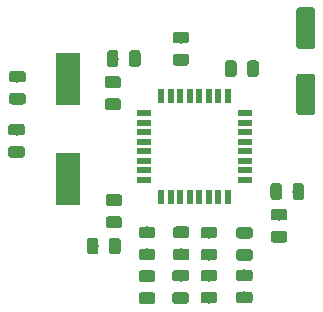
<source format=gbr>
G04 #@! TF.GenerationSoftware,KiCad,Pcbnew,(5.0.2)-1*
G04 #@! TF.CreationDate,2019-01-23T22:06:34-08:00*
G04 #@! TF.ProjectId,heart,68656172-742e-46b6-9963-61645f706362,rev?*
G04 #@! TF.SameCoordinates,Original*
G04 #@! TF.FileFunction,Paste,Top*
G04 #@! TF.FilePolarity,Positive*
%FSLAX46Y46*%
G04 Gerber Fmt 4.6, Leading zero omitted, Abs format (unit mm)*
G04 Created by KiCad (PCBNEW (5.0.2)-1) date 1/23/2019 10:06:34 PM*
%MOMM*%
%LPD*%
G01*
G04 APERTURE LIST*
%ADD10C,0.100000*%
%ADD11C,0.975000*%
%ADD12R,2.000000X4.500000*%
%ADD13R,0.600000X1.200000*%
%ADD14R,1.200000X0.600000*%
%ADD15C,1.600000*%
G04 APERTURE END LIST*
D10*
G04 #@! TO.C,D5*
G36*
X-3543218Y10222386D02*
X-3519557Y10218876D01*
X-3496353Y10213064D01*
X-3473831Y10205006D01*
X-3452207Y10194778D01*
X-3431690Y10182481D01*
X-3412477Y10168231D01*
X-3394753Y10152167D01*
X-3378689Y10134443D01*
X-3364439Y10115230D01*
X-3352142Y10094713D01*
X-3341914Y10073089D01*
X-3333856Y10050567D01*
X-3328044Y10027363D01*
X-3324534Y10003702D01*
X-3323360Y9979810D01*
X-3323360Y9492310D01*
X-3324534Y9468418D01*
X-3328044Y9444757D01*
X-3333856Y9421553D01*
X-3341914Y9399031D01*
X-3352142Y9377407D01*
X-3364439Y9356890D01*
X-3378689Y9337677D01*
X-3394753Y9319953D01*
X-3412477Y9303889D01*
X-3431690Y9289639D01*
X-3452207Y9277342D01*
X-3473831Y9267114D01*
X-3496353Y9259056D01*
X-3519557Y9253244D01*
X-3543218Y9249734D01*
X-3567110Y9248560D01*
X-4479610Y9248560D01*
X-4503502Y9249734D01*
X-4527163Y9253244D01*
X-4550367Y9259056D01*
X-4572889Y9267114D01*
X-4594513Y9277342D01*
X-4615030Y9289639D01*
X-4634243Y9303889D01*
X-4651967Y9319953D01*
X-4668031Y9337677D01*
X-4682281Y9356890D01*
X-4694578Y9377407D01*
X-4704806Y9399031D01*
X-4712864Y9421553D01*
X-4718676Y9444757D01*
X-4722186Y9468418D01*
X-4723360Y9492310D01*
X-4723360Y9979810D01*
X-4722186Y10003702D01*
X-4718676Y10027363D01*
X-4712864Y10050567D01*
X-4704806Y10073089D01*
X-4694578Y10094713D01*
X-4682281Y10115230D01*
X-4668031Y10134443D01*
X-4651967Y10152167D01*
X-4634243Y10168231D01*
X-4615030Y10182481D01*
X-4594513Y10194778D01*
X-4572889Y10205006D01*
X-4550367Y10213064D01*
X-4527163Y10218876D01*
X-4503502Y10222386D01*
X-4479610Y10223560D01*
X-3567110Y10223560D01*
X-3543218Y10222386D01*
X-3543218Y10222386D01*
G37*
D11*
X-4023360Y9736060D03*
D10*
G36*
X-3543218Y8347386D02*
X-3519557Y8343876D01*
X-3496353Y8338064D01*
X-3473831Y8330006D01*
X-3452207Y8319778D01*
X-3431690Y8307481D01*
X-3412477Y8293231D01*
X-3394753Y8277167D01*
X-3378689Y8259443D01*
X-3364439Y8240230D01*
X-3352142Y8219713D01*
X-3341914Y8198089D01*
X-3333856Y8175567D01*
X-3328044Y8152363D01*
X-3324534Y8128702D01*
X-3323360Y8104810D01*
X-3323360Y7617310D01*
X-3324534Y7593418D01*
X-3328044Y7569757D01*
X-3333856Y7546553D01*
X-3341914Y7524031D01*
X-3352142Y7502407D01*
X-3364439Y7481890D01*
X-3378689Y7462677D01*
X-3394753Y7444953D01*
X-3412477Y7428889D01*
X-3431690Y7414639D01*
X-3452207Y7402342D01*
X-3473831Y7392114D01*
X-3496353Y7384056D01*
X-3519557Y7378244D01*
X-3543218Y7374734D01*
X-3567110Y7373560D01*
X-4479610Y7373560D01*
X-4503502Y7374734D01*
X-4527163Y7378244D01*
X-4550367Y7384056D01*
X-4572889Y7392114D01*
X-4594513Y7402342D01*
X-4615030Y7414639D01*
X-4634243Y7428889D01*
X-4651967Y7444953D01*
X-4668031Y7462677D01*
X-4682281Y7481890D01*
X-4694578Y7502407D01*
X-4704806Y7524031D01*
X-4712864Y7546553D01*
X-4718676Y7569757D01*
X-4722186Y7593418D01*
X-4723360Y7617310D01*
X-4723360Y8104810D01*
X-4722186Y8128702D01*
X-4718676Y8152363D01*
X-4712864Y8175567D01*
X-4704806Y8198089D01*
X-4694578Y8219713D01*
X-4682281Y8240230D01*
X-4668031Y8259443D01*
X-4651967Y8277167D01*
X-4634243Y8293231D01*
X-4615030Y8307481D01*
X-4594513Y8319778D01*
X-4572889Y8330006D01*
X-4550367Y8338064D01*
X-4527163Y8343876D01*
X-4503502Y8347386D01*
X-4479610Y8348560D01*
X-3567110Y8348560D01*
X-3543218Y8347386D01*
X-3543218Y8347386D01*
G37*
D11*
X-4023360Y7861060D03*
G04 #@! TD*
D10*
G04 #@! TO.C,R8*
G36*
X-3543218Y6519066D02*
X-3519557Y6515556D01*
X-3496353Y6509744D01*
X-3473831Y6501686D01*
X-3452207Y6491458D01*
X-3431690Y6479161D01*
X-3412477Y6464911D01*
X-3394753Y6448847D01*
X-3378689Y6431123D01*
X-3364439Y6411910D01*
X-3352142Y6391393D01*
X-3341914Y6369769D01*
X-3333856Y6347247D01*
X-3328044Y6324043D01*
X-3324534Y6300382D01*
X-3323360Y6276490D01*
X-3323360Y5788990D01*
X-3324534Y5765098D01*
X-3328044Y5741437D01*
X-3333856Y5718233D01*
X-3341914Y5695711D01*
X-3352142Y5674087D01*
X-3364439Y5653570D01*
X-3378689Y5634357D01*
X-3394753Y5616633D01*
X-3412477Y5600569D01*
X-3431690Y5586319D01*
X-3452207Y5574022D01*
X-3473831Y5563794D01*
X-3496353Y5555736D01*
X-3519557Y5549924D01*
X-3543218Y5546414D01*
X-3567110Y5545240D01*
X-4479610Y5545240D01*
X-4503502Y5546414D01*
X-4527163Y5549924D01*
X-4550367Y5555736D01*
X-4572889Y5563794D01*
X-4594513Y5574022D01*
X-4615030Y5586319D01*
X-4634243Y5600569D01*
X-4651967Y5616633D01*
X-4668031Y5634357D01*
X-4682281Y5653570D01*
X-4694578Y5674087D01*
X-4704806Y5695711D01*
X-4712864Y5718233D01*
X-4718676Y5741437D01*
X-4722186Y5765098D01*
X-4723360Y5788990D01*
X-4723360Y6276490D01*
X-4722186Y6300382D01*
X-4718676Y6324043D01*
X-4712864Y6347247D01*
X-4704806Y6369769D01*
X-4694578Y6391393D01*
X-4682281Y6411910D01*
X-4668031Y6431123D01*
X-4651967Y6448847D01*
X-4634243Y6464911D01*
X-4615030Y6479161D01*
X-4594513Y6491458D01*
X-4572889Y6501686D01*
X-4550367Y6509744D01*
X-4527163Y6515556D01*
X-4503502Y6519066D01*
X-4479610Y6520240D01*
X-3567110Y6520240D01*
X-3543218Y6519066D01*
X-3543218Y6519066D01*
G37*
D11*
X-4023360Y6032740D03*
D10*
G36*
X-3543218Y4644066D02*
X-3519557Y4640556D01*
X-3496353Y4634744D01*
X-3473831Y4626686D01*
X-3452207Y4616458D01*
X-3431690Y4604161D01*
X-3412477Y4589911D01*
X-3394753Y4573847D01*
X-3378689Y4556123D01*
X-3364439Y4536910D01*
X-3352142Y4516393D01*
X-3341914Y4494769D01*
X-3333856Y4472247D01*
X-3328044Y4449043D01*
X-3324534Y4425382D01*
X-3323360Y4401490D01*
X-3323360Y3913990D01*
X-3324534Y3890098D01*
X-3328044Y3866437D01*
X-3333856Y3843233D01*
X-3341914Y3820711D01*
X-3352142Y3799087D01*
X-3364439Y3778570D01*
X-3378689Y3759357D01*
X-3394753Y3741633D01*
X-3412477Y3725569D01*
X-3431690Y3711319D01*
X-3452207Y3699022D01*
X-3473831Y3688794D01*
X-3496353Y3680736D01*
X-3519557Y3674924D01*
X-3543218Y3671414D01*
X-3567110Y3670240D01*
X-4479610Y3670240D01*
X-4503502Y3671414D01*
X-4527163Y3674924D01*
X-4550367Y3680736D01*
X-4572889Y3688794D01*
X-4594513Y3699022D01*
X-4615030Y3711319D01*
X-4634243Y3725569D01*
X-4651967Y3741633D01*
X-4668031Y3759357D01*
X-4682281Y3778570D01*
X-4694578Y3799087D01*
X-4704806Y3820711D01*
X-4712864Y3843233D01*
X-4718676Y3866437D01*
X-4722186Y3890098D01*
X-4723360Y3913990D01*
X-4723360Y4401490D01*
X-4722186Y4425382D01*
X-4718676Y4449043D01*
X-4712864Y4472247D01*
X-4704806Y4494769D01*
X-4694578Y4516393D01*
X-4682281Y4536910D01*
X-4668031Y4556123D01*
X-4651967Y4573847D01*
X-4634243Y4589911D01*
X-4615030Y4604161D01*
X-4594513Y4616458D01*
X-4572889Y4626686D01*
X-4550367Y4634744D01*
X-4527163Y4640556D01*
X-4503502Y4644066D01*
X-4479610Y4645240D01*
X-3567110Y4645240D01*
X-3543218Y4644066D01*
X-3543218Y4644066D01*
G37*
D11*
X-4023360Y4157740D03*
G04 #@! TD*
D12*
G04 #@! TO.C,X1*
X-10734040Y22751360D03*
X-10734040Y14251360D03*
G04 #@! TD*
D13*
G04 #@! TO.C,U1*
X-2800000Y21250000D03*
X-2000000Y21250000D03*
X-1200000Y21250000D03*
X-400000Y21250000D03*
X400000Y21250000D03*
X1200000Y21250000D03*
X2000000Y21250000D03*
X2800000Y21250000D03*
D14*
X4250000Y19800000D03*
X4250000Y19000000D03*
X4250000Y18200000D03*
X4250000Y17400000D03*
X4250000Y16600000D03*
X4250000Y15800000D03*
X4250000Y15000000D03*
X4250000Y14200000D03*
D13*
X2800000Y12750000D03*
X2000000Y12750000D03*
X1200000Y12750000D03*
X400000Y12750000D03*
X-400000Y12750000D03*
X-1200000Y12750000D03*
X-2000000Y12750000D03*
X-2800000Y12750000D03*
D14*
X-4250000Y14200000D03*
X-4250000Y15000000D03*
X-4250000Y15800000D03*
X-4250000Y16600000D03*
X-4250000Y17400000D03*
X-4250000Y18200000D03*
X-4250000Y19000000D03*
X-4250000Y19800000D03*
G04 #@! TD*
D10*
G04 #@! TO.C,C5*
G36*
X10002984Y23175316D02*
X10027253Y23171716D01*
X10051051Y23165755D01*
X10074151Y23157490D01*
X10096329Y23147000D01*
X10117373Y23134387D01*
X10137078Y23119773D01*
X10155257Y23103297D01*
X10171733Y23085118D01*
X10186347Y23065413D01*
X10198960Y23044369D01*
X10209450Y23022191D01*
X10217715Y22999091D01*
X10223676Y22975293D01*
X10227276Y22951024D01*
X10228480Y22926520D01*
X10228480Y19926520D01*
X10227276Y19902016D01*
X10223676Y19877747D01*
X10217715Y19853949D01*
X10209450Y19830849D01*
X10198960Y19808671D01*
X10186347Y19787627D01*
X10171733Y19767922D01*
X10155257Y19749743D01*
X10137078Y19733267D01*
X10117373Y19718653D01*
X10096329Y19706040D01*
X10074151Y19695550D01*
X10051051Y19687285D01*
X10027253Y19681324D01*
X10002984Y19677724D01*
X9978480Y19676520D01*
X8878480Y19676520D01*
X8853976Y19677724D01*
X8829707Y19681324D01*
X8805909Y19687285D01*
X8782809Y19695550D01*
X8760631Y19706040D01*
X8739587Y19718653D01*
X8719882Y19733267D01*
X8701703Y19749743D01*
X8685227Y19767922D01*
X8670613Y19787627D01*
X8658000Y19808671D01*
X8647510Y19830849D01*
X8639245Y19853949D01*
X8633284Y19877747D01*
X8629684Y19902016D01*
X8628480Y19926520D01*
X8628480Y22926520D01*
X8629684Y22951024D01*
X8633284Y22975293D01*
X8639245Y22999091D01*
X8647510Y23022191D01*
X8658000Y23044369D01*
X8670613Y23065413D01*
X8685227Y23085118D01*
X8701703Y23103297D01*
X8719882Y23119773D01*
X8739587Y23134387D01*
X8760631Y23147000D01*
X8782809Y23157490D01*
X8805909Y23165755D01*
X8829707Y23171716D01*
X8853976Y23175316D01*
X8878480Y23176520D01*
X9978480Y23176520D01*
X10002984Y23175316D01*
X10002984Y23175316D01*
G37*
D15*
X9428480Y21426520D03*
D10*
G36*
X10002984Y28775316D02*
X10027253Y28771716D01*
X10051051Y28765755D01*
X10074151Y28757490D01*
X10096329Y28747000D01*
X10117373Y28734387D01*
X10137078Y28719773D01*
X10155257Y28703297D01*
X10171733Y28685118D01*
X10186347Y28665413D01*
X10198960Y28644369D01*
X10209450Y28622191D01*
X10217715Y28599091D01*
X10223676Y28575293D01*
X10227276Y28551024D01*
X10228480Y28526520D01*
X10228480Y25526520D01*
X10227276Y25502016D01*
X10223676Y25477747D01*
X10217715Y25453949D01*
X10209450Y25430849D01*
X10198960Y25408671D01*
X10186347Y25387627D01*
X10171733Y25367922D01*
X10155257Y25349743D01*
X10137078Y25333267D01*
X10117373Y25318653D01*
X10096329Y25306040D01*
X10074151Y25295550D01*
X10051051Y25287285D01*
X10027253Y25281324D01*
X10002984Y25277724D01*
X9978480Y25276520D01*
X8878480Y25276520D01*
X8853976Y25277724D01*
X8829707Y25281324D01*
X8805909Y25287285D01*
X8782809Y25295550D01*
X8760631Y25306040D01*
X8739587Y25318653D01*
X8719882Y25333267D01*
X8701703Y25349743D01*
X8685227Y25367922D01*
X8670613Y25387627D01*
X8658000Y25408671D01*
X8647510Y25430849D01*
X8639245Y25453949D01*
X8633284Y25477747D01*
X8629684Y25502016D01*
X8628480Y25526520D01*
X8628480Y28526520D01*
X8629684Y28551024D01*
X8633284Y28575293D01*
X8639245Y28599091D01*
X8647510Y28622191D01*
X8658000Y28644369D01*
X8670613Y28665413D01*
X8685227Y28685118D01*
X8701703Y28703297D01*
X8719882Y28719773D01*
X8739587Y28734387D01*
X8760631Y28747000D01*
X8782809Y28757490D01*
X8805909Y28765755D01*
X8829707Y28771716D01*
X8853976Y28775316D01*
X8878480Y28776520D01*
X9978480Y28776520D01*
X10002984Y28775316D01*
X10002984Y28775316D01*
G37*
D15*
X9428480Y27026520D03*
G04 #@! TD*
D10*
G04 #@! TO.C,C1*
G36*
X-14505858Y23404986D02*
X-14482197Y23401476D01*
X-14458993Y23395664D01*
X-14436471Y23387606D01*
X-14414847Y23377378D01*
X-14394330Y23365081D01*
X-14375117Y23350831D01*
X-14357393Y23334767D01*
X-14341329Y23317043D01*
X-14327079Y23297830D01*
X-14314782Y23277313D01*
X-14304554Y23255689D01*
X-14296496Y23233167D01*
X-14290684Y23209963D01*
X-14287174Y23186302D01*
X-14286000Y23162410D01*
X-14286000Y22674910D01*
X-14287174Y22651018D01*
X-14290684Y22627357D01*
X-14296496Y22604153D01*
X-14304554Y22581631D01*
X-14314782Y22560007D01*
X-14327079Y22539490D01*
X-14341329Y22520277D01*
X-14357393Y22502553D01*
X-14375117Y22486489D01*
X-14394330Y22472239D01*
X-14414847Y22459942D01*
X-14436471Y22449714D01*
X-14458993Y22441656D01*
X-14482197Y22435844D01*
X-14505858Y22432334D01*
X-14529750Y22431160D01*
X-15442250Y22431160D01*
X-15466142Y22432334D01*
X-15489803Y22435844D01*
X-15513007Y22441656D01*
X-15535529Y22449714D01*
X-15557153Y22459942D01*
X-15577670Y22472239D01*
X-15596883Y22486489D01*
X-15614607Y22502553D01*
X-15630671Y22520277D01*
X-15644921Y22539490D01*
X-15657218Y22560007D01*
X-15667446Y22581631D01*
X-15675504Y22604153D01*
X-15681316Y22627357D01*
X-15684826Y22651018D01*
X-15686000Y22674910D01*
X-15686000Y23162410D01*
X-15684826Y23186302D01*
X-15681316Y23209963D01*
X-15675504Y23233167D01*
X-15667446Y23255689D01*
X-15657218Y23277313D01*
X-15644921Y23297830D01*
X-15630671Y23317043D01*
X-15614607Y23334767D01*
X-15596883Y23350831D01*
X-15577670Y23365081D01*
X-15557153Y23377378D01*
X-15535529Y23387606D01*
X-15513007Y23395664D01*
X-15489803Y23401476D01*
X-15466142Y23404986D01*
X-15442250Y23406160D01*
X-14529750Y23406160D01*
X-14505858Y23404986D01*
X-14505858Y23404986D01*
G37*
D11*
X-14986000Y22918660D03*
D10*
G36*
X-14505858Y21529986D02*
X-14482197Y21526476D01*
X-14458993Y21520664D01*
X-14436471Y21512606D01*
X-14414847Y21502378D01*
X-14394330Y21490081D01*
X-14375117Y21475831D01*
X-14357393Y21459767D01*
X-14341329Y21442043D01*
X-14327079Y21422830D01*
X-14314782Y21402313D01*
X-14304554Y21380689D01*
X-14296496Y21358167D01*
X-14290684Y21334963D01*
X-14287174Y21311302D01*
X-14286000Y21287410D01*
X-14286000Y20799910D01*
X-14287174Y20776018D01*
X-14290684Y20752357D01*
X-14296496Y20729153D01*
X-14304554Y20706631D01*
X-14314782Y20685007D01*
X-14327079Y20664490D01*
X-14341329Y20645277D01*
X-14357393Y20627553D01*
X-14375117Y20611489D01*
X-14394330Y20597239D01*
X-14414847Y20584942D01*
X-14436471Y20574714D01*
X-14458993Y20566656D01*
X-14482197Y20560844D01*
X-14505858Y20557334D01*
X-14529750Y20556160D01*
X-15442250Y20556160D01*
X-15466142Y20557334D01*
X-15489803Y20560844D01*
X-15513007Y20566656D01*
X-15535529Y20574714D01*
X-15557153Y20584942D01*
X-15577670Y20597239D01*
X-15596883Y20611489D01*
X-15614607Y20627553D01*
X-15630671Y20645277D01*
X-15644921Y20664490D01*
X-15657218Y20685007D01*
X-15667446Y20706631D01*
X-15675504Y20729153D01*
X-15681316Y20752357D01*
X-15684826Y20776018D01*
X-15686000Y20799910D01*
X-15686000Y21287410D01*
X-15684826Y21311302D01*
X-15681316Y21334963D01*
X-15675504Y21358167D01*
X-15667446Y21380689D01*
X-15657218Y21402313D01*
X-15644921Y21422830D01*
X-15630671Y21442043D01*
X-15614607Y21459767D01*
X-15596883Y21475831D01*
X-15577670Y21490081D01*
X-15557153Y21502378D01*
X-15535529Y21512606D01*
X-15513007Y21520664D01*
X-15489803Y21526476D01*
X-15466142Y21529986D01*
X-15442250Y21531160D01*
X-14529750Y21531160D01*
X-14505858Y21529986D01*
X-14505858Y21529986D01*
G37*
D11*
X-14986000Y21043660D03*
G04 #@! TD*
D10*
G04 #@! TO.C,C2*
G36*
X-14582058Y17034186D02*
X-14558397Y17030676D01*
X-14535193Y17024864D01*
X-14512671Y17016806D01*
X-14491047Y17006578D01*
X-14470530Y16994281D01*
X-14451317Y16980031D01*
X-14433593Y16963967D01*
X-14417529Y16946243D01*
X-14403279Y16927030D01*
X-14390982Y16906513D01*
X-14380754Y16884889D01*
X-14372696Y16862367D01*
X-14366884Y16839163D01*
X-14363374Y16815502D01*
X-14362200Y16791610D01*
X-14362200Y16304110D01*
X-14363374Y16280218D01*
X-14366884Y16256557D01*
X-14372696Y16233353D01*
X-14380754Y16210831D01*
X-14390982Y16189207D01*
X-14403279Y16168690D01*
X-14417529Y16149477D01*
X-14433593Y16131753D01*
X-14451317Y16115689D01*
X-14470530Y16101439D01*
X-14491047Y16089142D01*
X-14512671Y16078914D01*
X-14535193Y16070856D01*
X-14558397Y16065044D01*
X-14582058Y16061534D01*
X-14605950Y16060360D01*
X-15518450Y16060360D01*
X-15542342Y16061534D01*
X-15566003Y16065044D01*
X-15589207Y16070856D01*
X-15611729Y16078914D01*
X-15633353Y16089142D01*
X-15653870Y16101439D01*
X-15673083Y16115689D01*
X-15690807Y16131753D01*
X-15706871Y16149477D01*
X-15721121Y16168690D01*
X-15733418Y16189207D01*
X-15743646Y16210831D01*
X-15751704Y16233353D01*
X-15757516Y16256557D01*
X-15761026Y16280218D01*
X-15762200Y16304110D01*
X-15762200Y16791610D01*
X-15761026Y16815502D01*
X-15757516Y16839163D01*
X-15751704Y16862367D01*
X-15743646Y16884889D01*
X-15733418Y16906513D01*
X-15721121Y16927030D01*
X-15706871Y16946243D01*
X-15690807Y16963967D01*
X-15673083Y16980031D01*
X-15653870Y16994281D01*
X-15633353Y17006578D01*
X-15611729Y17016806D01*
X-15589207Y17024864D01*
X-15566003Y17030676D01*
X-15542342Y17034186D01*
X-15518450Y17035360D01*
X-14605950Y17035360D01*
X-14582058Y17034186D01*
X-14582058Y17034186D01*
G37*
D11*
X-15062200Y16547860D03*
D10*
G36*
X-14582058Y18909186D02*
X-14558397Y18905676D01*
X-14535193Y18899864D01*
X-14512671Y18891806D01*
X-14491047Y18881578D01*
X-14470530Y18869281D01*
X-14451317Y18855031D01*
X-14433593Y18838967D01*
X-14417529Y18821243D01*
X-14403279Y18802030D01*
X-14390982Y18781513D01*
X-14380754Y18759889D01*
X-14372696Y18737367D01*
X-14366884Y18714163D01*
X-14363374Y18690502D01*
X-14362200Y18666610D01*
X-14362200Y18179110D01*
X-14363374Y18155218D01*
X-14366884Y18131557D01*
X-14372696Y18108353D01*
X-14380754Y18085831D01*
X-14390982Y18064207D01*
X-14403279Y18043690D01*
X-14417529Y18024477D01*
X-14433593Y18006753D01*
X-14451317Y17990689D01*
X-14470530Y17976439D01*
X-14491047Y17964142D01*
X-14512671Y17953914D01*
X-14535193Y17945856D01*
X-14558397Y17940044D01*
X-14582058Y17936534D01*
X-14605950Y17935360D01*
X-15518450Y17935360D01*
X-15542342Y17936534D01*
X-15566003Y17940044D01*
X-15589207Y17945856D01*
X-15611729Y17953914D01*
X-15633353Y17964142D01*
X-15653870Y17976439D01*
X-15673083Y17990689D01*
X-15690807Y18006753D01*
X-15706871Y18024477D01*
X-15721121Y18043690D01*
X-15733418Y18064207D01*
X-15743646Y18085831D01*
X-15751704Y18108353D01*
X-15757516Y18131557D01*
X-15761026Y18155218D01*
X-15762200Y18179110D01*
X-15762200Y18666610D01*
X-15761026Y18690502D01*
X-15757516Y18714163D01*
X-15751704Y18737367D01*
X-15743646Y18759889D01*
X-15733418Y18781513D01*
X-15721121Y18802030D01*
X-15706871Y18821243D01*
X-15690807Y18838967D01*
X-15673083Y18855031D01*
X-15653870Y18869281D01*
X-15633353Y18881578D01*
X-15611729Y18891806D01*
X-15589207Y18899864D01*
X-15566003Y18905676D01*
X-15542342Y18909186D01*
X-15518450Y18910360D01*
X-14605950Y18910360D01*
X-14582058Y18909186D01*
X-14582058Y18909186D01*
G37*
D11*
X-15062200Y18422860D03*
G04 #@! TD*
D10*
G04 #@! TO.C,C3*
G36*
X-673018Y24831986D02*
X-649357Y24828476D01*
X-626153Y24822664D01*
X-603631Y24814606D01*
X-582007Y24804378D01*
X-561490Y24792081D01*
X-542277Y24777831D01*
X-524553Y24761767D01*
X-508489Y24744043D01*
X-494239Y24724830D01*
X-481942Y24704313D01*
X-471714Y24682689D01*
X-463656Y24660167D01*
X-457844Y24636963D01*
X-454334Y24613302D01*
X-453160Y24589410D01*
X-453160Y24101910D01*
X-454334Y24078018D01*
X-457844Y24054357D01*
X-463656Y24031153D01*
X-471714Y24008631D01*
X-481942Y23987007D01*
X-494239Y23966490D01*
X-508489Y23947277D01*
X-524553Y23929553D01*
X-542277Y23913489D01*
X-561490Y23899239D01*
X-582007Y23886942D01*
X-603631Y23876714D01*
X-626153Y23868656D01*
X-649357Y23862844D01*
X-673018Y23859334D01*
X-696910Y23858160D01*
X-1609410Y23858160D01*
X-1633302Y23859334D01*
X-1656963Y23862844D01*
X-1680167Y23868656D01*
X-1702689Y23876714D01*
X-1724313Y23886942D01*
X-1744830Y23899239D01*
X-1764043Y23913489D01*
X-1781767Y23929553D01*
X-1797831Y23947277D01*
X-1812081Y23966490D01*
X-1824378Y23987007D01*
X-1834606Y24008631D01*
X-1842664Y24031153D01*
X-1848476Y24054357D01*
X-1851986Y24078018D01*
X-1853160Y24101910D01*
X-1853160Y24589410D01*
X-1851986Y24613302D01*
X-1848476Y24636963D01*
X-1842664Y24660167D01*
X-1834606Y24682689D01*
X-1824378Y24704313D01*
X-1812081Y24724830D01*
X-1797831Y24744043D01*
X-1781767Y24761767D01*
X-1764043Y24777831D01*
X-1744830Y24792081D01*
X-1724313Y24804378D01*
X-1702689Y24814606D01*
X-1680167Y24822664D01*
X-1656963Y24828476D01*
X-1633302Y24831986D01*
X-1609410Y24833160D01*
X-696910Y24833160D01*
X-673018Y24831986D01*
X-673018Y24831986D01*
G37*
D11*
X-1153160Y24345660D03*
D10*
G36*
X-673018Y26706986D02*
X-649357Y26703476D01*
X-626153Y26697664D01*
X-603631Y26689606D01*
X-582007Y26679378D01*
X-561490Y26667081D01*
X-542277Y26652831D01*
X-524553Y26636767D01*
X-508489Y26619043D01*
X-494239Y26599830D01*
X-481942Y26579313D01*
X-471714Y26557689D01*
X-463656Y26535167D01*
X-457844Y26511963D01*
X-454334Y26488302D01*
X-453160Y26464410D01*
X-453160Y25976910D01*
X-454334Y25953018D01*
X-457844Y25929357D01*
X-463656Y25906153D01*
X-471714Y25883631D01*
X-481942Y25862007D01*
X-494239Y25841490D01*
X-508489Y25822277D01*
X-524553Y25804553D01*
X-542277Y25788489D01*
X-561490Y25774239D01*
X-582007Y25761942D01*
X-603631Y25751714D01*
X-626153Y25743656D01*
X-649357Y25737844D01*
X-673018Y25734334D01*
X-696910Y25733160D01*
X-1609410Y25733160D01*
X-1633302Y25734334D01*
X-1656963Y25737844D01*
X-1680167Y25743656D01*
X-1702689Y25751714D01*
X-1724313Y25761942D01*
X-1744830Y25774239D01*
X-1764043Y25788489D01*
X-1781767Y25804553D01*
X-1797831Y25822277D01*
X-1812081Y25841490D01*
X-1824378Y25862007D01*
X-1834606Y25883631D01*
X-1842664Y25906153D01*
X-1848476Y25929357D01*
X-1851986Y25953018D01*
X-1853160Y25976910D01*
X-1853160Y26464410D01*
X-1851986Y26488302D01*
X-1848476Y26511963D01*
X-1842664Y26535167D01*
X-1834606Y26557689D01*
X-1824378Y26579313D01*
X-1812081Y26599830D01*
X-1797831Y26619043D01*
X-1781767Y26636767D01*
X-1764043Y26652831D01*
X-1744830Y26667081D01*
X-1724313Y26679378D01*
X-1702689Y26689606D01*
X-1680167Y26697664D01*
X-1656963Y26703476D01*
X-1633302Y26706986D01*
X-1609410Y26708160D01*
X-696910Y26708160D01*
X-673018Y26706986D01*
X-673018Y26706986D01*
G37*
D11*
X-1153160Y26220660D03*
G04 #@! TD*
D10*
G04 #@! TO.C,C4*
G36*
X-6347378Y11085506D02*
X-6323717Y11081996D01*
X-6300513Y11076184D01*
X-6277991Y11068126D01*
X-6256367Y11057898D01*
X-6235850Y11045601D01*
X-6216637Y11031351D01*
X-6198913Y11015287D01*
X-6182849Y10997563D01*
X-6168599Y10978350D01*
X-6156302Y10957833D01*
X-6146074Y10936209D01*
X-6138016Y10913687D01*
X-6132204Y10890483D01*
X-6128694Y10866822D01*
X-6127520Y10842930D01*
X-6127520Y10355430D01*
X-6128694Y10331538D01*
X-6132204Y10307877D01*
X-6138016Y10284673D01*
X-6146074Y10262151D01*
X-6156302Y10240527D01*
X-6168599Y10220010D01*
X-6182849Y10200797D01*
X-6198913Y10183073D01*
X-6216637Y10167009D01*
X-6235850Y10152759D01*
X-6256367Y10140462D01*
X-6277991Y10130234D01*
X-6300513Y10122176D01*
X-6323717Y10116364D01*
X-6347378Y10112854D01*
X-6371270Y10111680D01*
X-7283770Y10111680D01*
X-7307662Y10112854D01*
X-7331323Y10116364D01*
X-7354527Y10122176D01*
X-7377049Y10130234D01*
X-7398673Y10140462D01*
X-7419190Y10152759D01*
X-7438403Y10167009D01*
X-7456127Y10183073D01*
X-7472191Y10200797D01*
X-7486441Y10220010D01*
X-7498738Y10240527D01*
X-7508966Y10262151D01*
X-7517024Y10284673D01*
X-7522836Y10307877D01*
X-7526346Y10331538D01*
X-7527520Y10355430D01*
X-7527520Y10842930D01*
X-7526346Y10866822D01*
X-7522836Y10890483D01*
X-7517024Y10913687D01*
X-7508966Y10936209D01*
X-7498738Y10957833D01*
X-7486441Y10978350D01*
X-7472191Y10997563D01*
X-7456127Y11015287D01*
X-7438403Y11031351D01*
X-7419190Y11045601D01*
X-7398673Y11057898D01*
X-7377049Y11068126D01*
X-7354527Y11076184D01*
X-7331323Y11081996D01*
X-7307662Y11085506D01*
X-7283770Y11086680D01*
X-6371270Y11086680D01*
X-6347378Y11085506D01*
X-6347378Y11085506D01*
G37*
D11*
X-6827520Y10599180D03*
D10*
G36*
X-6347378Y12960506D02*
X-6323717Y12956996D01*
X-6300513Y12951184D01*
X-6277991Y12943126D01*
X-6256367Y12932898D01*
X-6235850Y12920601D01*
X-6216637Y12906351D01*
X-6198913Y12890287D01*
X-6182849Y12872563D01*
X-6168599Y12853350D01*
X-6156302Y12832833D01*
X-6146074Y12811209D01*
X-6138016Y12788687D01*
X-6132204Y12765483D01*
X-6128694Y12741822D01*
X-6127520Y12717930D01*
X-6127520Y12230430D01*
X-6128694Y12206538D01*
X-6132204Y12182877D01*
X-6138016Y12159673D01*
X-6146074Y12137151D01*
X-6156302Y12115527D01*
X-6168599Y12095010D01*
X-6182849Y12075797D01*
X-6198913Y12058073D01*
X-6216637Y12042009D01*
X-6235850Y12027759D01*
X-6256367Y12015462D01*
X-6277991Y12005234D01*
X-6300513Y11997176D01*
X-6323717Y11991364D01*
X-6347378Y11987854D01*
X-6371270Y11986680D01*
X-7283770Y11986680D01*
X-7307662Y11987854D01*
X-7331323Y11991364D01*
X-7354527Y11997176D01*
X-7377049Y12005234D01*
X-7398673Y12015462D01*
X-7419190Y12027759D01*
X-7438403Y12042009D01*
X-7456127Y12058073D01*
X-7472191Y12075797D01*
X-7486441Y12095010D01*
X-7498738Y12115527D01*
X-7508966Y12137151D01*
X-7517024Y12159673D01*
X-7522836Y12182877D01*
X-7526346Y12206538D01*
X-7527520Y12230430D01*
X-7527520Y12717930D01*
X-7526346Y12741822D01*
X-7522836Y12765483D01*
X-7517024Y12788687D01*
X-7508966Y12811209D01*
X-7498738Y12832833D01*
X-7486441Y12853350D01*
X-7472191Y12872563D01*
X-7456127Y12890287D01*
X-7438403Y12906351D01*
X-7419190Y12920601D01*
X-7398673Y12932898D01*
X-7377049Y12943126D01*
X-7354527Y12951184D01*
X-7331323Y12956996D01*
X-7307662Y12960506D01*
X-7283770Y12961680D01*
X-6371270Y12961680D01*
X-6347378Y12960506D01*
X-6347378Y12960506D01*
G37*
D11*
X-6827520Y12474180D03*
G04 #@! TD*
D10*
G04 #@! TO.C,C6*
G36*
X-6433738Y22947786D02*
X-6410077Y22944276D01*
X-6386873Y22938464D01*
X-6364351Y22930406D01*
X-6342727Y22920178D01*
X-6322210Y22907881D01*
X-6302997Y22893631D01*
X-6285273Y22877567D01*
X-6269209Y22859843D01*
X-6254959Y22840630D01*
X-6242662Y22820113D01*
X-6232434Y22798489D01*
X-6224376Y22775967D01*
X-6218564Y22752763D01*
X-6215054Y22729102D01*
X-6213880Y22705210D01*
X-6213880Y22217710D01*
X-6215054Y22193818D01*
X-6218564Y22170157D01*
X-6224376Y22146953D01*
X-6232434Y22124431D01*
X-6242662Y22102807D01*
X-6254959Y22082290D01*
X-6269209Y22063077D01*
X-6285273Y22045353D01*
X-6302997Y22029289D01*
X-6322210Y22015039D01*
X-6342727Y22002742D01*
X-6364351Y21992514D01*
X-6386873Y21984456D01*
X-6410077Y21978644D01*
X-6433738Y21975134D01*
X-6457630Y21973960D01*
X-7370130Y21973960D01*
X-7394022Y21975134D01*
X-7417683Y21978644D01*
X-7440887Y21984456D01*
X-7463409Y21992514D01*
X-7485033Y22002742D01*
X-7505550Y22015039D01*
X-7524763Y22029289D01*
X-7542487Y22045353D01*
X-7558551Y22063077D01*
X-7572801Y22082290D01*
X-7585098Y22102807D01*
X-7595326Y22124431D01*
X-7603384Y22146953D01*
X-7609196Y22170157D01*
X-7612706Y22193818D01*
X-7613880Y22217710D01*
X-7613880Y22705210D01*
X-7612706Y22729102D01*
X-7609196Y22752763D01*
X-7603384Y22775967D01*
X-7595326Y22798489D01*
X-7585098Y22820113D01*
X-7572801Y22840630D01*
X-7558551Y22859843D01*
X-7542487Y22877567D01*
X-7524763Y22893631D01*
X-7505550Y22907881D01*
X-7485033Y22920178D01*
X-7463409Y22930406D01*
X-7440887Y22938464D01*
X-7417683Y22944276D01*
X-7394022Y22947786D01*
X-7370130Y22948960D01*
X-6457630Y22948960D01*
X-6433738Y22947786D01*
X-6433738Y22947786D01*
G37*
D11*
X-6913880Y22461460D03*
D10*
G36*
X-6433738Y21072786D02*
X-6410077Y21069276D01*
X-6386873Y21063464D01*
X-6364351Y21055406D01*
X-6342727Y21045178D01*
X-6322210Y21032881D01*
X-6302997Y21018631D01*
X-6285273Y21002567D01*
X-6269209Y20984843D01*
X-6254959Y20965630D01*
X-6242662Y20945113D01*
X-6232434Y20923489D01*
X-6224376Y20900967D01*
X-6218564Y20877763D01*
X-6215054Y20854102D01*
X-6213880Y20830210D01*
X-6213880Y20342710D01*
X-6215054Y20318818D01*
X-6218564Y20295157D01*
X-6224376Y20271953D01*
X-6232434Y20249431D01*
X-6242662Y20227807D01*
X-6254959Y20207290D01*
X-6269209Y20188077D01*
X-6285273Y20170353D01*
X-6302997Y20154289D01*
X-6322210Y20140039D01*
X-6342727Y20127742D01*
X-6364351Y20117514D01*
X-6386873Y20109456D01*
X-6410077Y20103644D01*
X-6433738Y20100134D01*
X-6457630Y20098960D01*
X-7370130Y20098960D01*
X-7394022Y20100134D01*
X-7417683Y20103644D01*
X-7440887Y20109456D01*
X-7463409Y20117514D01*
X-7485033Y20127742D01*
X-7505550Y20140039D01*
X-7524763Y20154289D01*
X-7542487Y20170353D01*
X-7558551Y20188077D01*
X-7572801Y20207290D01*
X-7585098Y20227807D01*
X-7595326Y20249431D01*
X-7603384Y20271953D01*
X-7609196Y20295157D01*
X-7612706Y20318818D01*
X-7613880Y20342710D01*
X-7613880Y20830210D01*
X-7612706Y20854102D01*
X-7609196Y20877763D01*
X-7603384Y20900967D01*
X-7595326Y20923489D01*
X-7585098Y20945113D01*
X-7572801Y20965630D01*
X-7558551Y20984843D01*
X-7542487Y21002567D01*
X-7524763Y21018631D01*
X-7505550Y21032881D01*
X-7485033Y21045178D01*
X-7463409Y21055406D01*
X-7440887Y21063464D01*
X-7417683Y21069276D01*
X-7394022Y21072786D01*
X-7370130Y21073960D01*
X-6457630Y21073960D01*
X-6433738Y21072786D01*
X-6433738Y21072786D01*
G37*
D11*
X-6913880Y20586460D03*
G04 #@! TD*
D10*
G04 #@! TO.C,D4*
G36*
X4716862Y10181746D02*
X4740523Y10178236D01*
X4763727Y10172424D01*
X4786249Y10164366D01*
X4807873Y10154138D01*
X4828390Y10141841D01*
X4847603Y10127591D01*
X4865327Y10111527D01*
X4881391Y10093803D01*
X4895641Y10074590D01*
X4907938Y10054073D01*
X4918166Y10032449D01*
X4926224Y10009927D01*
X4932036Y9986723D01*
X4935546Y9963062D01*
X4936720Y9939170D01*
X4936720Y9451670D01*
X4935546Y9427778D01*
X4932036Y9404117D01*
X4926224Y9380913D01*
X4918166Y9358391D01*
X4907938Y9336767D01*
X4895641Y9316250D01*
X4881391Y9297037D01*
X4865327Y9279313D01*
X4847603Y9263249D01*
X4828390Y9248999D01*
X4807873Y9236702D01*
X4786249Y9226474D01*
X4763727Y9218416D01*
X4740523Y9212604D01*
X4716862Y9209094D01*
X4692970Y9207920D01*
X3780470Y9207920D01*
X3756578Y9209094D01*
X3732917Y9212604D01*
X3709713Y9218416D01*
X3687191Y9226474D01*
X3665567Y9236702D01*
X3645050Y9248999D01*
X3625837Y9263249D01*
X3608113Y9279313D01*
X3592049Y9297037D01*
X3577799Y9316250D01*
X3565502Y9336767D01*
X3555274Y9358391D01*
X3547216Y9380913D01*
X3541404Y9404117D01*
X3537894Y9427778D01*
X3536720Y9451670D01*
X3536720Y9939170D01*
X3537894Y9963062D01*
X3541404Y9986723D01*
X3547216Y10009927D01*
X3555274Y10032449D01*
X3565502Y10054073D01*
X3577799Y10074590D01*
X3592049Y10093803D01*
X3608113Y10111527D01*
X3625837Y10127591D01*
X3645050Y10141841D01*
X3665567Y10154138D01*
X3687191Y10164366D01*
X3709713Y10172424D01*
X3732917Y10178236D01*
X3756578Y10181746D01*
X3780470Y10182920D01*
X4692970Y10182920D01*
X4716862Y10181746D01*
X4716862Y10181746D01*
G37*
D11*
X4236720Y9695420D03*
D10*
G36*
X4716862Y8306746D02*
X4740523Y8303236D01*
X4763727Y8297424D01*
X4786249Y8289366D01*
X4807873Y8279138D01*
X4828390Y8266841D01*
X4847603Y8252591D01*
X4865327Y8236527D01*
X4881391Y8218803D01*
X4895641Y8199590D01*
X4907938Y8179073D01*
X4918166Y8157449D01*
X4926224Y8134927D01*
X4932036Y8111723D01*
X4935546Y8088062D01*
X4936720Y8064170D01*
X4936720Y7576670D01*
X4935546Y7552778D01*
X4932036Y7529117D01*
X4926224Y7505913D01*
X4918166Y7483391D01*
X4907938Y7461767D01*
X4895641Y7441250D01*
X4881391Y7422037D01*
X4865327Y7404313D01*
X4847603Y7388249D01*
X4828390Y7373999D01*
X4807873Y7361702D01*
X4786249Y7351474D01*
X4763727Y7343416D01*
X4740523Y7337604D01*
X4716862Y7334094D01*
X4692970Y7332920D01*
X3780470Y7332920D01*
X3756578Y7334094D01*
X3732917Y7337604D01*
X3709713Y7343416D01*
X3687191Y7351474D01*
X3665567Y7361702D01*
X3645050Y7373999D01*
X3625837Y7388249D01*
X3608113Y7404313D01*
X3592049Y7422037D01*
X3577799Y7441250D01*
X3565502Y7461767D01*
X3555274Y7483391D01*
X3547216Y7505913D01*
X3541404Y7529117D01*
X3537894Y7552778D01*
X3536720Y7576670D01*
X3536720Y8064170D01*
X3537894Y8088062D01*
X3541404Y8111723D01*
X3547216Y8134927D01*
X3555274Y8157449D01*
X3565502Y8179073D01*
X3577799Y8199590D01*
X3592049Y8218803D01*
X3608113Y8236527D01*
X3625837Y8252591D01*
X3645050Y8266841D01*
X3665567Y8279138D01*
X3687191Y8289366D01*
X3709713Y8297424D01*
X3732917Y8303236D01*
X3756578Y8306746D01*
X3780470Y8307920D01*
X4692970Y8307920D01*
X4716862Y8306746D01*
X4716862Y8306746D01*
G37*
D11*
X4236720Y7820420D03*
G04 #@! TD*
D10*
G04 #@! TO.C,D3*
G36*
X1699342Y10202066D02*
X1723003Y10198556D01*
X1746207Y10192744D01*
X1768729Y10184686D01*
X1790353Y10174458D01*
X1810870Y10162161D01*
X1830083Y10147911D01*
X1847807Y10131847D01*
X1863871Y10114123D01*
X1878121Y10094910D01*
X1890418Y10074393D01*
X1900646Y10052769D01*
X1908704Y10030247D01*
X1914516Y10007043D01*
X1918026Y9983382D01*
X1919200Y9959490D01*
X1919200Y9471990D01*
X1918026Y9448098D01*
X1914516Y9424437D01*
X1908704Y9401233D01*
X1900646Y9378711D01*
X1890418Y9357087D01*
X1878121Y9336570D01*
X1863871Y9317357D01*
X1847807Y9299633D01*
X1830083Y9283569D01*
X1810870Y9269319D01*
X1790353Y9257022D01*
X1768729Y9246794D01*
X1746207Y9238736D01*
X1723003Y9232924D01*
X1699342Y9229414D01*
X1675450Y9228240D01*
X762950Y9228240D01*
X739058Y9229414D01*
X715397Y9232924D01*
X692193Y9238736D01*
X669671Y9246794D01*
X648047Y9257022D01*
X627530Y9269319D01*
X608317Y9283569D01*
X590593Y9299633D01*
X574529Y9317357D01*
X560279Y9336570D01*
X547982Y9357087D01*
X537754Y9378711D01*
X529696Y9401233D01*
X523884Y9424437D01*
X520374Y9448098D01*
X519200Y9471990D01*
X519200Y9959490D01*
X520374Y9983382D01*
X523884Y10007043D01*
X529696Y10030247D01*
X537754Y10052769D01*
X547982Y10074393D01*
X560279Y10094910D01*
X574529Y10114123D01*
X590593Y10131847D01*
X608317Y10147911D01*
X627530Y10162161D01*
X648047Y10174458D01*
X669671Y10184686D01*
X692193Y10192744D01*
X715397Y10198556D01*
X739058Y10202066D01*
X762950Y10203240D01*
X1675450Y10203240D01*
X1699342Y10202066D01*
X1699342Y10202066D01*
G37*
D11*
X1219200Y9715740D03*
D10*
G36*
X1699342Y8327066D02*
X1723003Y8323556D01*
X1746207Y8317744D01*
X1768729Y8309686D01*
X1790353Y8299458D01*
X1810870Y8287161D01*
X1830083Y8272911D01*
X1847807Y8256847D01*
X1863871Y8239123D01*
X1878121Y8219910D01*
X1890418Y8199393D01*
X1900646Y8177769D01*
X1908704Y8155247D01*
X1914516Y8132043D01*
X1918026Y8108382D01*
X1919200Y8084490D01*
X1919200Y7596990D01*
X1918026Y7573098D01*
X1914516Y7549437D01*
X1908704Y7526233D01*
X1900646Y7503711D01*
X1890418Y7482087D01*
X1878121Y7461570D01*
X1863871Y7442357D01*
X1847807Y7424633D01*
X1830083Y7408569D01*
X1810870Y7394319D01*
X1790353Y7382022D01*
X1768729Y7371794D01*
X1746207Y7363736D01*
X1723003Y7357924D01*
X1699342Y7354414D01*
X1675450Y7353240D01*
X762950Y7353240D01*
X739058Y7354414D01*
X715397Y7357924D01*
X692193Y7363736D01*
X669671Y7371794D01*
X648047Y7382022D01*
X627530Y7394319D01*
X608317Y7408569D01*
X590593Y7424633D01*
X574529Y7442357D01*
X560279Y7461570D01*
X547982Y7482087D01*
X537754Y7503711D01*
X529696Y7526233D01*
X523884Y7549437D01*
X520374Y7573098D01*
X519200Y7596990D01*
X519200Y8084490D01*
X520374Y8108382D01*
X523884Y8132043D01*
X529696Y8155247D01*
X537754Y8177769D01*
X547982Y8199393D01*
X560279Y8219910D01*
X574529Y8239123D01*
X590593Y8256847D01*
X608317Y8272911D01*
X627530Y8287161D01*
X648047Y8299458D01*
X669671Y8309686D01*
X692193Y8317744D01*
X715397Y8323556D01*
X739058Y8327066D01*
X762950Y8328240D01*
X1675450Y8328240D01*
X1699342Y8327066D01*
X1699342Y8327066D01*
G37*
D11*
X1219200Y7840740D03*
G04 #@! TD*
D10*
G04 #@! TO.C,D2*
G36*
X7188902Y13886506D02*
X7212563Y13882996D01*
X7235767Y13877184D01*
X7258289Y13869126D01*
X7279913Y13858898D01*
X7300430Y13846601D01*
X7319643Y13832351D01*
X7337367Y13816287D01*
X7353431Y13798563D01*
X7367681Y13779350D01*
X7379978Y13758833D01*
X7390206Y13737209D01*
X7398264Y13714687D01*
X7404076Y13691483D01*
X7407586Y13667822D01*
X7408760Y13643930D01*
X7408760Y12731430D01*
X7407586Y12707538D01*
X7404076Y12683877D01*
X7398264Y12660673D01*
X7390206Y12638151D01*
X7379978Y12616527D01*
X7367681Y12596010D01*
X7353431Y12576797D01*
X7337367Y12559073D01*
X7319643Y12543009D01*
X7300430Y12528759D01*
X7279913Y12516462D01*
X7258289Y12506234D01*
X7235767Y12498176D01*
X7212563Y12492364D01*
X7188902Y12488854D01*
X7165010Y12487680D01*
X6677510Y12487680D01*
X6653618Y12488854D01*
X6629957Y12492364D01*
X6606753Y12498176D01*
X6584231Y12506234D01*
X6562607Y12516462D01*
X6542090Y12528759D01*
X6522877Y12543009D01*
X6505153Y12559073D01*
X6489089Y12576797D01*
X6474839Y12596010D01*
X6462542Y12616527D01*
X6452314Y12638151D01*
X6444256Y12660673D01*
X6438444Y12683877D01*
X6434934Y12707538D01*
X6433760Y12731430D01*
X6433760Y13643930D01*
X6434934Y13667822D01*
X6438444Y13691483D01*
X6444256Y13714687D01*
X6452314Y13737209D01*
X6462542Y13758833D01*
X6474839Y13779350D01*
X6489089Y13798563D01*
X6505153Y13816287D01*
X6522877Y13832351D01*
X6542090Y13846601D01*
X6562607Y13858898D01*
X6584231Y13869126D01*
X6606753Y13877184D01*
X6629957Y13882996D01*
X6653618Y13886506D01*
X6677510Y13887680D01*
X7165010Y13887680D01*
X7188902Y13886506D01*
X7188902Y13886506D01*
G37*
D11*
X6921260Y13187680D03*
D10*
G36*
X9063902Y13886506D02*
X9087563Y13882996D01*
X9110767Y13877184D01*
X9133289Y13869126D01*
X9154913Y13858898D01*
X9175430Y13846601D01*
X9194643Y13832351D01*
X9212367Y13816287D01*
X9228431Y13798563D01*
X9242681Y13779350D01*
X9254978Y13758833D01*
X9265206Y13737209D01*
X9273264Y13714687D01*
X9279076Y13691483D01*
X9282586Y13667822D01*
X9283760Y13643930D01*
X9283760Y12731430D01*
X9282586Y12707538D01*
X9279076Y12683877D01*
X9273264Y12660673D01*
X9265206Y12638151D01*
X9254978Y12616527D01*
X9242681Y12596010D01*
X9228431Y12576797D01*
X9212367Y12559073D01*
X9194643Y12543009D01*
X9175430Y12528759D01*
X9154913Y12516462D01*
X9133289Y12506234D01*
X9110767Y12498176D01*
X9087563Y12492364D01*
X9063902Y12488854D01*
X9040010Y12487680D01*
X8552510Y12487680D01*
X8528618Y12488854D01*
X8504957Y12492364D01*
X8481753Y12498176D01*
X8459231Y12506234D01*
X8437607Y12516462D01*
X8417090Y12528759D01*
X8397877Y12543009D01*
X8380153Y12559073D01*
X8364089Y12576797D01*
X8349839Y12596010D01*
X8337542Y12616527D01*
X8327314Y12638151D01*
X8319256Y12660673D01*
X8313444Y12683877D01*
X8309934Y12707538D01*
X8308760Y12731430D01*
X8308760Y13643930D01*
X8309934Y13667822D01*
X8313444Y13691483D01*
X8319256Y13714687D01*
X8327314Y13737209D01*
X8337542Y13758833D01*
X8349839Y13779350D01*
X8364089Y13798563D01*
X8380153Y13816287D01*
X8397877Y13832351D01*
X8417090Y13846601D01*
X8437607Y13858898D01*
X8459231Y13869126D01*
X8481753Y13877184D01*
X8504957Y13882996D01*
X8528618Y13886506D01*
X8552510Y13887680D01*
X9040010Y13887680D01*
X9063902Y13886506D01*
X9063902Y13886506D01*
G37*
D11*
X8796260Y13187680D03*
G04 #@! TD*
D10*
G04 #@! TO.C,D1*
G36*
X-642538Y10227466D02*
X-618877Y10223956D01*
X-595673Y10218144D01*
X-573151Y10210086D01*
X-551527Y10199858D01*
X-531010Y10187561D01*
X-511797Y10173311D01*
X-494073Y10157247D01*
X-478009Y10139523D01*
X-463759Y10120310D01*
X-451462Y10099793D01*
X-441234Y10078169D01*
X-433176Y10055647D01*
X-427364Y10032443D01*
X-423854Y10008782D01*
X-422680Y9984890D01*
X-422680Y9497390D01*
X-423854Y9473498D01*
X-427364Y9449837D01*
X-433176Y9426633D01*
X-441234Y9404111D01*
X-451462Y9382487D01*
X-463759Y9361970D01*
X-478009Y9342757D01*
X-494073Y9325033D01*
X-511797Y9308969D01*
X-531010Y9294719D01*
X-551527Y9282422D01*
X-573151Y9272194D01*
X-595673Y9264136D01*
X-618877Y9258324D01*
X-642538Y9254814D01*
X-666430Y9253640D01*
X-1578930Y9253640D01*
X-1602822Y9254814D01*
X-1626483Y9258324D01*
X-1649687Y9264136D01*
X-1672209Y9272194D01*
X-1693833Y9282422D01*
X-1714350Y9294719D01*
X-1733563Y9308969D01*
X-1751287Y9325033D01*
X-1767351Y9342757D01*
X-1781601Y9361970D01*
X-1793898Y9382487D01*
X-1804126Y9404111D01*
X-1812184Y9426633D01*
X-1817996Y9449837D01*
X-1821506Y9473498D01*
X-1822680Y9497390D01*
X-1822680Y9984890D01*
X-1821506Y10008782D01*
X-1817996Y10032443D01*
X-1812184Y10055647D01*
X-1804126Y10078169D01*
X-1793898Y10099793D01*
X-1781601Y10120310D01*
X-1767351Y10139523D01*
X-1751287Y10157247D01*
X-1733563Y10173311D01*
X-1714350Y10187561D01*
X-1693833Y10199858D01*
X-1672209Y10210086D01*
X-1649687Y10218144D01*
X-1626483Y10223956D01*
X-1602822Y10227466D01*
X-1578930Y10228640D01*
X-666430Y10228640D01*
X-642538Y10227466D01*
X-642538Y10227466D01*
G37*
D11*
X-1122680Y9741140D03*
D10*
G36*
X-642538Y8352466D02*
X-618877Y8348956D01*
X-595673Y8343144D01*
X-573151Y8335086D01*
X-551527Y8324858D01*
X-531010Y8312561D01*
X-511797Y8298311D01*
X-494073Y8282247D01*
X-478009Y8264523D01*
X-463759Y8245310D01*
X-451462Y8224793D01*
X-441234Y8203169D01*
X-433176Y8180647D01*
X-427364Y8157443D01*
X-423854Y8133782D01*
X-422680Y8109890D01*
X-422680Y7622390D01*
X-423854Y7598498D01*
X-427364Y7574837D01*
X-433176Y7551633D01*
X-441234Y7529111D01*
X-451462Y7507487D01*
X-463759Y7486970D01*
X-478009Y7467757D01*
X-494073Y7450033D01*
X-511797Y7433969D01*
X-531010Y7419719D01*
X-551527Y7407422D01*
X-573151Y7397194D01*
X-595673Y7389136D01*
X-618877Y7383324D01*
X-642538Y7379814D01*
X-666430Y7378640D01*
X-1578930Y7378640D01*
X-1602822Y7379814D01*
X-1626483Y7383324D01*
X-1649687Y7389136D01*
X-1672209Y7397194D01*
X-1693833Y7407422D01*
X-1714350Y7419719D01*
X-1733563Y7433969D01*
X-1751287Y7450033D01*
X-1767351Y7467757D01*
X-1781601Y7486970D01*
X-1793898Y7507487D01*
X-1804126Y7529111D01*
X-1812184Y7551633D01*
X-1817996Y7574837D01*
X-1821506Y7598498D01*
X-1822680Y7622390D01*
X-1822680Y8109890D01*
X-1821506Y8133782D01*
X-1817996Y8157443D01*
X-1812184Y8180647D01*
X-1804126Y8203169D01*
X-1793898Y8224793D01*
X-1781601Y8245310D01*
X-1767351Y8264523D01*
X-1751287Y8282247D01*
X-1733563Y8298311D01*
X-1714350Y8312561D01*
X-1693833Y8324858D01*
X-1672209Y8335086D01*
X-1649687Y8343144D01*
X-1626483Y8348956D01*
X-1602822Y8352466D01*
X-1578930Y8353640D01*
X-666430Y8353640D01*
X-642538Y8352466D01*
X-642538Y8352466D01*
G37*
D11*
X-1122680Y7866140D03*
G04 #@! TD*
D10*
G04 #@! TO.C,R4*
G36*
X-693338Y6549546D02*
X-669677Y6546036D01*
X-646473Y6540224D01*
X-623951Y6532166D01*
X-602327Y6521938D01*
X-581810Y6509641D01*
X-562597Y6495391D01*
X-544873Y6479327D01*
X-528809Y6461603D01*
X-514559Y6442390D01*
X-502262Y6421873D01*
X-492034Y6400249D01*
X-483976Y6377727D01*
X-478164Y6354523D01*
X-474654Y6330862D01*
X-473480Y6306970D01*
X-473480Y5819470D01*
X-474654Y5795578D01*
X-478164Y5771917D01*
X-483976Y5748713D01*
X-492034Y5726191D01*
X-502262Y5704567D01*
X-514559Y5684050D01*
X-528809Y5664837D01*
X-544873Y5647113D01*
X-562597Y5631049D01*
X-581810Y5616799D01*
X-602327Y5604502D01*
X-623951Y5594274D01*
X-646473Y5586216D01*
X-669677Y5580404D01*
X-693338Y5576894D01*
X-717230Y5575720D01*
X-1629730Y5575720D01*
X-1653622Y5576894D01*
X-1677283Y5580404D01*
X-1700487Y5586216D01*
X-1723009Y5594274D01*
X-1744633Y5604502D01*
X-1765150Y5616799D01*
X-1784363Y5631049D01*
X-1802087Y5647113D01*
X-1818151Y5664837D01*
X-1832401Y5684050D01*
X-1844698Y5704567D01*
X-1854926Y5726191D01*
X-1862984Y5748713D01*
X-1868796Y5771917D01*
X-1872306Y5795578D01*
X-1873480Y5819470D01*
X-1873480Y6306970D01*
X-1872306Y6330862D01*
X-1868796Y6354523D01*
X-1862984Y6377727D01*
X-1854926Y6400249D01*
X-1844698Y6421873D01*
X-1832401Y6442390D01*
X-1818151Y6461603D01*
X-1802087Y6479327D01*
X-1784363Y6495391D01*
X-1765150Y6509641D01*
X-1744633Y6521938D01*
X-1723009Y6532166D01*
X-1700487Y6540224D01*
X-1677283Y6546036D01*
X-1653622Y6549546D01*
X-1629730Y6550720D01*
X-717230Y6550720D01*
X-693338Y6549546D01*
X-693338Y6549546D01*
G37*
D11*
X-1173480Y6063220D03*
D10*
G36*
X-693338Y4674546D02*
X-669677Y4671036D01*
X-646473Y4665224D01*
X-623951Y4657166D01*
X-602327Y4646938D01*
X-581810Y4634641D01*
X-562597Y4620391D01*
X-544873Y4604327D01*
X-528809Y4586603D01*
X-514559Y4567390D01*
X-502262Y4546873D01*
X-492034Y4525249D01*
X-483976Y4502727D01*
X-478164Y4479523D01*
X-474654Y4455862D01*
X-473480Y4431970D01*
X-473480Y3944470D01*
X-474654Y3920578D01*
X-478164Y3896917D01*
X-483976Y3873713D01*
X-492034Y3851191D01*
X-502262Y3829567D01*
X-514559Y3809050D01*
X-528809Y3789837D01*
X-544873Y3772113D01*
X-562597Y3756049D01*
X-581810Y3741799D01*
X-602327Y3729502D01*
X-623951Y3719274D01*
X-646473Y3711216D01*
X-669677Y3705404D01*
X-693338Y3701894D01*
X-717230Y3700720D01*
X-1629730Y3700720D01*
X-1653622Y3701894D01*
X-1677283Y3705404D01*
X-1700487Y3711216D01*
X-1723009Y3719274D01*
X-1744633Y3729502D01*
X-1765150Y3741799D01*
X-1784363Y3756049D01*
X-1802087Y3772113D01*
X-1818151Y3789837D01*
X-1832401Y3809050D01*
X-1844698Y3829567D01*
X-1854926Y3851191D01*
X-1862984Y3873713D01*
X-1868796Y3896917D01*
X-1872306Y3920578D01*
X-1873480Y3944470D01*
X-1873480Y4431970D01*
X-1872306Y4455862D01*
X-1868796Y4479523D01*
X-1862984Y4502727D01*
X-1854926Y4525249D01*
X-1844698Y4546873D01*
X-1832401Y4567390D01*
X-1818151Y4586603D01*
X-1802087Y4604327D01*
X-1784363Y4620391D01*
X-1765150Y4634641D01*
X-1744633Y4646938D01*
X-1723009Y4657166D01*
X-1700487Y4665224D01*
X-1677283Y4671036D01*
X-1653622Y4674546D01*
X-1629730Y4675720D01*
X-717230Y4675720D01*
X-693338Y4674546D01*
X-693338Y4674546D01*
G37*
D11*
X-1173480Y4188220D03*
G04 #@! TD*
D10*
G04 #@! TO.C,R3*
G36*
X7637862Y11720986D02*
X7661523Y11717476D01*
X7684727Y11711664D01*
X7707249Y11703606D01*
X7728873Y11693378D01*
X7749390Y11681081D01*
X7768603Y11666831D01*
X7786327Y11650767D01*
X7802391Y11633043D01*
X7816641Y11613830D01*
X7828938Y11593313D01*
X7839166Y11571689D01*
X7847224Y11549167D01*
X7853036Y11525963D01*
X7856546Y11502302D01*
X7857720Y11478410D01*
X7857720Y10990910D01*
X7856546Y10967018D01*
X7853036Y10943357D01*
X7847224Y10920153D01*
X7839166Y10897631D01*
X7828938Y10876007D01*
X7816641Y10855490D01*
X7802391Y10836277D01*
X7786327Y10818553D01*
X7768603Y10802489D01*
X7749390Y10788239D01*
X7728873Y10775942D01*
X7707249Y10765714D01*
X7684727Y10757656D01*
X7661523Y10751844D01*
X7637862Y10748334D01*
X7613970Y10747160D01*
X6701470Y10747160D01*
X6677578Y10748334D01*
X6653917Y10751844D01*
X6630713Y10757656D01*
X6608191Y10765714D01*
X6586567Y10775942D01*
X6566050Y10788239D01*
X6546837Y10802489D01*
X6529113Y10818553D01*
X6513049Y10836277D01*
X6498799Y10855490D01*
X6486502Y10876007D01*
X6476274Y10897631D01*
X6468216Y10920153D01*
X6462404Y10943357D01*
X6458894Y10967018D01*
X6457720Y10990910D01*
X6457720Y11478410D01*
X6458894Y11502302D01*
X6462404Y11525963D01*
X6468216Y11549167D01*
X6476274Y11571689D01*
X6486502Y11593313D01*
X6498799Y11613830D01*
X6513049Y11633043D01*
X6529113Y11650767D01*
X6546837Y11666831D01*
X6566050Y11681081D01*
X6586567Y11693378D01*
X6608191Y11703606D01*
X6630713Y11711664D01*
X6653917Y11717476D01*
X6677578Y11720986D01*
X6701470Y11722160D01*
X7613970Y11722160D01*
X7637862Y11720986D01*
X7637862Y11720986D01*
G37*
D11*
X7157720Y11234660D03*
D10*
G36*
X7637862Y9845986D02*
X7661523Y9842476D01*
X7684727Y9836664D01*
X7707249Y9828606D01*
X7728873Y9818378D01*
X7749390Y9806081D01*
X7768603Y9791831D01*
X7786327Y9775767D01*
X7802391Y9758043D01*
X7816641Y9738830D01*
X7828938Y9718313D01*
X7839166Y9696689D01*
X7847224Y9674167D01*
X7853036Y9650963D01*
X7856546Y9627302D01*
X7857720Y9603410D01*
X7857720Y9115910D01*
X7856546Y9092018D01*
X7853036Y9068357D01*
X7847224Y9045153D01*
X7839166Y9022631D01*
X7828938Y9001007D01*
X7816641Y8980490D01*
X7802391Y8961277D01*
X7786327Y8943553D01*
X7768603Y8927489D01*
X7749390Y8913239D01*
X7728873Y8900942D01*
X7707249Y8890714D01*
X7684727Y8882656D01*
X7661523Y8876844D01*
X7637862Y8873334D01*
X7613970Y8872160D01*
X6701470Y8872160D01*
X6677578Y8873334D01*
X6653917Y8876844D01*
X6630713Y8882656D01*
X6608191Y8890714D01*
X6586567Y8900942D01*
X6566050Y8913239D01*
X6546837Y8927489D01*
X6529113Y8943553D01*
X6513049Y8961277D01*
X6498799Y8980490D01*
X6486502Y9001007D01*
X6476274Y9022631D01*
X6468216Y9045153D01*
X6462404Y9068357D01*
X6458894Y9092018D01*
X6457720Y9115910D01*
X6457720Y9603410D01*
X6458894Y9627302D01*
X6462404Y9650963D01*
X6468216Y9674167D01*
X6476274Y9696689D01*
X6486502Y9718313D01*
X6498799Y9738830D01*
X6513049Y9758043D01*
X6529113Y9775767D01*
X6546837Y9791831D01*
X6566050Y9806081D01*
X6586567Y9818378D01*
X6608191Y9828606D01*
X6630713Y9836664D01*
X6653917Y9842476D01*
X6677578Y9845986D01*
X6701470Y9847160D01*
X7613970Y9847160D01*
X7637862Y9845986D01*
X7637862Y9845986D01*
G37*
D11*
X7157720Y9359660D03*
G04 #@! TD*
D10*
G04 #@! TO.C,R2*
G36*
X-6480898Y9273866D02*
X-6457237Y9270356D01*
X-6434033Y9264544D01*
X-6411511Y9256486D01*
X-6389887Y9246258D01*
X-6369370Y9233961D01*
X-6350157Y9219711D01*
X-6332433Y9203647D01*
X-6316369Y9185923D01*
X-6302119Y9166710D01*
X-6289822Y9146193D01*
X-6279594Y9124569D01*
X-6271536Y9102047D01*
X-6265724Y9078843D01*
X-6262214Y9055182D01*
X-6261040Y9031290D01*
X-6261040Y8118790D01*
X-6262214Y8094898D01*
X-6265724Y8071237D01*
X-6271536Y8048033D01*
X-6279594Y8025511D01*
X-6289822Y8003887D01*
X-6302119Y7983370D01*
X-6316369Y7964157D01*
X-6332433Y7946433D01*
X-6350157Y7930369D01*
X-6369370Y7916119D01*
X-6389887Y7903822D01*
X-6411511Y7893594D01*
X-6434033Y7885536D01*
X-6457237Y7879724D01*
X-6480898Y7876214D01*
X-6504790Y7875040D01*
X-6992290Y7875040D01*
X-7016182Y7876214D01*
X-7039843Y7879724D01*
X-7063047Y7885536D01*
X-7085569Y7893594D01*
X-7107193Y7903822D01*
X-7127710Y7916119D01*
X-7146923Y7930369D01*
X-7164647Y7946433D01*
X-7180711Y7964157D01*
X-7194961Y7983370D01*
X-7207258Y8003887D01*
X-7217486Y8025511D01*
X-7225544Y8048033D01*
X-7231356Y8071237D01*
X-7234866Y8094898D01*
X-7236040Y8118790D01*
X-7236040Y9031290D01*
X-7234866Y9055182D01*
X-7231356Y9078843D01*
X-7225544Y9102047D01*
X-7217486Y9124569D01*
X-7207258Y9146193D01*
X-7194961Y9166710D01*
X-7180711Y9185923D01*
X-7164647Y9203647D01*
X-7146923Y9219711D01*
X-7127710Y9233961D01*
X-7107193Y9246258D01*
X-7085569Y9256486D01*
X-7063047Y9264544D01*
X-7039843Y9270356D01*
X-7016182Y9273866D01*
X-6992290Y9275040D01*
X-6504790Y9275040D01*
X-6480898Y9273866D01*
X-6480898Y9273866D01*
G37*
D11*
X-6748540Y8575040D03*
D10*
G36*
X-8355898Y9273866D02*
X-8332237Y9270356D01*
X-8309033Y9264544D01*
X-8286511Y9256486D01*
X-8264887Y9246258D01*
X-8244370Y9233961D01*
X-8225157Y9219711D01*
X-8207433Y9203647D01*
X-8191369Y9185923D01*
X-8177119Y9166710D01*
X-8164822Y9146193D01*
X-8154594Y9124569D01*
X-8146536Y9102047D01*
X-8140724Y9078843D01*
X-8137214Y9055182D01*
X-8136040Y9031290D01*
X-8136040Y8118790D01*
X-8137214Y8094898D01*
X-8140724Y8071237D01*
X-8146536Y8048033D01*
X-8154594Y8025511D01*
X-8164822Y8003887D01*
X-8177119Y7983370D01*
X-8191369Y7964157D01*
X-8207433Y7946433D01*
X-8225157Y7930369D01*
X-8244370Y7916119D01*
X-8264887Y7903822D01*
X-8286511Y7893594D01*
X-8309033Y7885536D01*
X-8332237Y7879724D01*
X-8355898Y7876214D01*
X-8379790Y7875040D01*
X-8867290Y7875040D01*
X-8891182Y7876214D01*
X-8914843Y7879724D01*
X-8938047Y7885536D01*
X-8960569Y7893594D01*
X-8982193Y7903822D01*
X-9002710Y7916119D01*
X-9021923Y7930369D01*
X-9039647Y7946433D01*
X-9055711Y7964157D01*
X-9069961Y7983370D01*
X-9082258Y8003887D01*
X-9092486Y8025511D01*
X-9100544Y8048033D01*
X-9106356Y8071237D01*
X-9109866Y8094898D01*
X-9111040Y8118790D01*
X-9111040Y9031290D01*
X-9109866Y9055182D01*
X-9106356Y9078843D01*
X-9100544Y9102047D01*
X-9092486Y9124569D01*
X-9082258Y9146193D01*
X-9069961Y9166710D01*
X-9055711Y9185923D01*
X-9039647Y9203647D01*
X-9021923Y9219711D01*
X-9002710Y9233961D01*
X-8982193Y9246258D01*
X-8960569Y9256486D01*
X-8938047Y9264544D01*
X-8914843Y9270356D01*
X-8891182Y9273866D01*
X-8867290Y9275040D01*
X-8379790Y9275040D01*
X-8355898Y9273866D01*
X-8355898Y9273866D01*
G37*
D11*
X-8623540Y8575040D03*
G04 #@! TD*
D10*
G04 #@! TO.C,R1*
G36*
X-6659178Y25148866D02*
X-6635517Y25145356D01*
X-6612313Y25139544D01*
X-6589791Y25131486D01*
X-6568167Y25121258D01*
X-6547650Y25108961D01*
X-6528437Y25094711D01*
X-6510713Y25078647D01*
X-6494649Y25060923D01*
X-6480399Y25041710D01*
X-6468102Y25021193D01*
X-6457874Y24999569D01*
X-6449816Y24977047D01*
X-6444004Y24953843D01*
X-6440494Y24930182D01*
X-6439320Y24906290D01*
X-6439320Y23993790D01*
X-6440494Y23969898D01*
X-6444004Y23946237D01*
X-6449816Y23923033D01*
X-6457874Y23900511D01*
X-6468102Y23878887D01*
X-6480399Y23858370D01*
X-6494649Y23839157D01*
X-6510713Y23821433D01*
X-6528437Y23805369D01*
X-6547650Y23791119D01*
X-6568167Y23778822D01*
X-6589791Y23768594D01*
X-6612313Y23760536D01*
X-6635517Y23754724D01*
X-6659178Y23751214D01*
X-6683070Y23750040D01*
X-7170570Y23750040D01*
X-7194462Y23751214D01*
X-7218123Y23754724D01*
X-7241327Y23760536D01*
X-7263849Y23768594D01*
X-7285473Y23778822D01*
X-7305990Y23791119D01*
X-7325203Y23805369D01*
X-7342927Y23821433D01*
X-7358991Y23839157D01*
X-7373241Y23858370D01*
X-7385538Y23878887D01*
X-7395766Y23900511D01*
X-7403824Y23923033D01*
X-7409636Y23946237D01*
X-7413146Y23969898D01*
X-7414320Y23993790D01*
X-7414320Y24906290D01*
X-7413146Y24930182D01*
X-7409636Y24953843D01*
X-7403824Y24977047D01*
X-7395766Y24999569D01*
X-7385538Y25021193D01*
X-7373241Y25041710D01*
X-7358991Y25060923D01*
X-7342927Y25078647D01*
X-7325203Y25094711D01*
X-7305990Y25108961D01*
X-7285473Y25121258D01*
X-7263849Y25131486D01*
X-7241327Y25139544D01*
X-7218123Y25145356D01*
X-7194462Y25148866D01*
X-7170570Y25150040D01*
X-6683070Y25150040D01*
X-6659178Y25148866D01*
X-6659178Y25148866D01*
G37*
D11*
X-6926820Y24450040D03*
D10*
G36*
X-4784178Y25148866D02*
X-4760517Y25145356D01*
X-4737313Y25139544D01*
X-4714791Y25131486D01*
X-4693167Y25121258D01*
X-4672650Y25108961D01*
X-4653437Y25094711D01*
X-4635713Y25078647D01*
X-4619649Y25060923D01*
X-4605399Y25041710D01*
X-4593102Y25021193D01*
X-4582874Y24999569D01*
X-4574816Y24977047D01*
X-4569004Y24953843D01*
X-4565494Y24930182D01*
X-4564320Y24906290D01*
X-4564320Y23993790D01*
X-4565494Y23969898D01*
X-4569004Y23946237D01*
X-4574816Y23923033D01*
X-4582874Y23900511D01*
X-4593102Y23878887D01*
X-4605399Y23858370D01*
X-4619649Y23839157D01*
X-4635713Y23821433D01*
X-4653437Y23805369D01*
X-4672650Y23791119D01*
X-4693167Y23778822D01*
X-4714791Y23768594D01*
X-4737313Y23760536D01*
X-4760517Y23754724D01*
X-4784178Y23751214D01*
X-4808070Y23750040D01*
X-5295570Y23750040D01*
X-5319462Y23751214D01*
X-5343123Y23754724D01*
X-5366327Y23760536D01*
X-5388849Y23768594D01*
X-5410473Y23778822D01*
X-5430990Y23791119D01*
X-5450203Y23805369D01*
X-5467927Y23821433D01*
X-5483991Y23839157D01*
X-5498241Y23858370D01*
X-5510538Y23878887D01*
X-5520766Y23900511D01*
X-5528824Y23923033D01*
X-5534636Y23946237D01*
X-5538146Y23969898D01*
X-5539320Y23993790D01*
X-5539320Y24906290D01*
X-5538146Y24930182D01*
X-5534636Y24953843D01*
X-5528824Y24977047D01*
X-5520766Y24999569D01*
X-5510538Y25021193D01*
X-5498241Y25041710D01*
X-5483991Y25060923D01*
X-5467927Y25078647D01*
X-5450203Y25094711D01*
X-5430990Y25108961D01*
X-5410473Y25121258D01*
X-5388849Y25131486D01*
X-5366327Y25139544D01*
X-5343123Y25145356D01*
X-5319462Y25148866D01*
X-5295570Y25150040D01*
X-4808070Y25150040D01*
X-4784178Y25148866D01*
X-4784178Y25148866D01*
G37*
D11*
X-5051820Y24450040D03*
G04 #@! TD*
D10*
G04 #@! TO.C,R5*
G36*
X5218342Y24290346D02*
X5242003Y24286836D01*
X5265207Y24281024D01*
X5287729Y24272966D01*
X5309353Y24262738D01*
X5329870Y24250441D01*
X5349083Y24236191D01*
X5366807Y24220127D01*
X5382871Y24202403D01*
X5397121Y24183190D01*
X5409418Y24162673D01*
X5419646Y24141049D01*
X5427704Y24118527D01*
X5433516Y24095323D01*
X5437026Y24071662D01*
X5438200Y24047770D01*
X5438200Y23135270D01*
X5437026Y23111378D01*
X5433516Y23087717D01*
X5427704Y23064513D01*
X5419646Y23041991D01*
X5409418Y23020367D01*
X5397121Y22999850D01*
X5382871Y22980637D01*
X5366807Y22962913D01*
X5349083Y22946849D01*
X5329870Y22932599D01*
X5309353Y22920302D01*
X5287729Y22910074D01*
X5265207Y22902016D01*
X5242003Y22896204D01*
X5218342Y22892694D01*
X5194450Y22891520D01*
X4706950Y22891520D01*
X4683058Y22892694D01*
X4659397Y22896204D01*
X4636193Y22902016D01*
X4613671Y22910074D01*
X4592047Y22920302D01*
X4571530Y22932599D01*
X4552317Y22946849D01*
X4534593Y22962913D01*
X4518529Y22980637D01*
X4504279Y22999850D01*
X4491982Y23020367D01*
X4481754Y23041991D01*
X4473696Y23064513D01*
X4467884Y23087717D01*
X4464374Y23111378D01*
X4463200Y23135270D01*
X4463200Y24047770D01*
X4464374Y24071662D01*
X4467884Y24095323D01*
X4473696Y24118527D01*
X4481754Y24141049D01*
X4491982Y24162673D01*
X4504279Y24183190D01*
X4518529Y24202403D01*
X4534593Y24220127D01*
X4552317Y24236191D01*
X4571530Y24250441D01*
X4592047Y24262738D01*
X4613671Y24272966D01*
X4636193Y24281024D01*
X4659397Y24286836D01*
X4683058Y24290346D01*
X4706950Y24291520D01*
X5194450Y24291520D01*
X5218342Y24290346D01*
X5218342Y24290346D01*
G37*
D11*
X4950700Y23591520D03*
D10*
G36*
X3343342Y24290346D02*
X3367003Y24286836D01*
X3390207Y24281024D01*
X3412729Y24272966D01*
X3434353Y24262738D01*
X3454870Y24250441D01*
X3474083Y24236191D01*
X3491807Y24220127D01*
X3507871Y24202403D01*
X3522121Y24183190D01*
X3534418Y24162673D01*
X3544646Y24141049D01*
X3552704Y24118527D01*
X3558516Y24095323D01*
X3562026Y24071662D01*
X3563200Y24047770D01*
X3563200Y23135270D01*
X3562026Y23111378D01*
X3558516Y23087717D01*
X3552704Y23064513D01*
X3544646Y23041991D01*
X3534418Y23020367D01*
X3522121Y22999850D01*
X3507871Y22980637D01*
X3491807Y22962913D01*
X3474083Y22946849D01*
X3454870Y22932599D01*
X3434353Y22920302D01*
X3412729Y22910074D01*
X3390207Y22902016D01*
X3367003Y22896204D01*
X3343342Y22892694D01*
X3319450Y22891520D01*
X2831950Y22891520D01*
X2808058Y22892694D01*
X2784397Y22896204D01*
X2761193Y22902016D01*
X2738671Y22910074D01*
X2717047Y22920302D01*
X2696530Y22932599D01*
X2677317Y22946849D01*
X2659593Y22962913D01*
X2643529Y22980637D01*
X2629279Y22999850D01*
X2616982Y23020367D01*
X2606754Y23041991D01*
X2598696Y23064513D01*
X2592884Y23087717D01*
X2589374Y23111378D01*
X2588200Y23135270D01*
X2588200Y24047770D01*
X2589374Y24071662D01*
X2592884Y24095323D01*
X2598696Y24118527D01*
X2606754Y24141049D01*
X2616982Y24162673D01*
X2629279Y24183190D01*
X2643529Y24202403D01*
X2659593Y24220127D01*
X2677317Y24236191D01*
X2696530Y24250441D01*
X2717047Y24262738D01*
X2738671Y24272966D01*
X2761193Y24281024D01*
X2784397Y24286836D01*
X2808058Y24290346D01*
X2831950Y24291520D01*
X3319450Y24291520D01*
X3343342Y24290346D01*
X3343342Y24290346D01*
G37*
D11*
X3075700Y23591520D03*
G04 #@! TD*
D10*
G04 #@! TO.C,R6*
G36*
X1694262Y6564786D02*
X1717923Y6561276D01*
X1741127Y6555464D01*
X1763649Y6547406D01*
X1785273Y6537178D01*
X1805790Y6524881D01*
X1825003Y6510631D01*
X1842727Y6494567D01*
X1858791Y6476843D01*
X1873041Y6457630D01*
X1885338Y6437113D01*
X1895566Y6415489D01*
X1903624Y6392967D01*
X1909436Y6369763D01*
X1912946Y6346102D01*
X1914120Y6322210D01*
X1914120Y5834710D01*
X1912946Y5810818D01*
X1909436Y5787157D01*
X1903624Y5763953D01*
X1895566Y5741431D01*
X1885338Y5719807D01*
X1873041Y5699290D01*
X1858791Y5680077D01*
X1842727Y5662353D01*
X1825003Y5646289D01*
X1805790Y5632039D01*
X1785273Y5619742D01*
X1763649Y5609514D01*
X1741127Y5601456D01*
X1717923Y5595644D01*
X1694262Y5592134D01*
X1670370Y5590960D01*
X757870Y5590960D01*
X733978Y5592134D01*
X710317Y5595644D01*
X687113Y5601456D01*
X664591Y5609514D01*
X642967Y5619742D01*
X622450Y5632039D01*
X603237Y5646289D01*
X585513Y5662353D01*
X569449Y5680077D01*
X555199Y5699290D01*
X542902Y5719807D01*
X532674Y5741431D01*
X524616Y5763953D01*
X518804Y5787157D01*
X515294Y5810818D01*
X514120Y5834710D01*
X514120Y6322210D01*
X515294Y6346102D01*
X518804Y6369763D01*
X524616Y6392967D01*
X532674Y6415489D01*
X542902Y6437113D01*
X555199Y6457630D01*
X569449Y6476843D01*
X585513Y6494567D01*
X603237Y6510631D01*
X622450Y6524881D01*
X642967Y6537178D01*
X664591Y6547406D01*
X687113Y6555464D01*
X710317Y6561276D01*
X733978Y6564786D01*
X757870Y6565960D01*
X1670370Y6565960D01*
X1694262Y6564786D01*
X1694262Y6564786D01*
G37*
D11*
X1214120Y6078460D03*
D10*
G36*
X1694262Y4689786D02*
X1717923Y4686276D01*
X1741127Y4680464D01*
X1763649Y4672406D01*
X1785273Y4662178D01*
X1805790Y4649881D01*
X1825003Y4635631D01*
X1842727Y4619567D01*
X1858791Y4601843D01*
X1873041Y4582630D01*
X1885338Y4562113D01*
X1895566Y4540489D01*
X1903624Y4517967D01*
X1909436Y4494763D01*
X1912946Y4471102D01*
X1914120Y4447210D01*
X1914120Y3959710D01*
X1912946Y3935818D01*
X1909436Y3912157D01*
X1903624Y3888953D01*
X1895566Y3866431D01*
X1885338Y3844807D01*
X1873041Y3824290D01*
X1858791Y3805077D01*
X1842727Y3787353D01*
X1825003Y3771289D01*
X1805790Y3757039D01*
X1785273Y3744742D01*
X1763649Y3734514D01*
X1741127Y3726456D01*
X1717923Y3720644D01*
X1694262Y3717134D01*
X1670370Y3715960D01*
X757870Y3715960D01*
X733978Y3717134D01*
X710317Y3720644D01*
X687113Y3726456D01*
X664591Y3734514D01*
X642967Y3744742D01*
X622450Y3757039D01*
X603237Y3771289D01*
X585513Y3787353D01*
X569449Y3805077D01*
X555199Y3824290D01*
X542902Y3844807D01*
X532674Y3866431D01*
X524616Y3888953D01*
X518804Y3912157D01*
X515294Y3935818D01*
X514120Y3959710D01*
X514120Y4447210D01*
X515294Y4471102D01*
X518804Y4494763D01*
X524616Y4517967D01*
X532674Y4540489D01*
X542902Y4562113D01*
X555199Y4582630D01*
X569449Y4601843D01*
X585513Y4619567D01*
X603237Y4635631D01*
X622450Y4649881D01*
X642967Y4662178D01*
X664591Y4672406D01*
X687113Y4680464D01*
X710317Y4686276D01*
X733978Y4689786D01*
X757870Y4690960D01*
X1670370Y4690960D01*
X1694262Y4689786D01*
X1694262Y4689786D01*
G37*
D11*
X1214120Y4203460D03*
G04 #@! TD*
D10*
G04 #@! TO.C,R7*
G36*
X4701622Y6580026D02*
X4725283Y6576516D01*
X4748487Y6570704D01*
X4771009Y6562646D01*
X4792633Y6552418D01*
X4813150Y6540121D01*
X4832363Y6525871D01*
X4850087Y6509807D01*
X4866151Y6492083D01*
X4880401Y6472870D01*
X4892698Y6452353D01*
X4902926Y6430729D01*
X4910984Y6408207D01*
X4916796Y6385003D01*
X4920306Y6361342D01*
X4921480Y6337450D01*
X4921480Y5849950D01*
X4920306Y5826058D01*
X4916796Y5802397D01*
X4910984Y5779193D01*
X4902926Y5756671D01*
X4892698Y5735047D01*
X4880401Y5714530D01*
X4866151Y5695317D01*
X4850087Y5677593D01*
X4832363Y5661529D01*
X4813150Y5647279D01*
X4792633Y5634982D01*
X4771009Y5624754D01*
X4748487Y5616696D01*
X4725283Y5610884D01*
X4701622Y5607374D01*
X4677730Y5606200D01*
X3765230Y5606200D01*
X3741338Y5607374D01*
X3717677Y5610884D01*
X3694473Y5616696D01*
X3671951Y5624754D01*
X3650327Y5634982D01*
X3629810Y5647279D01*
X3610597Y5661529D01*
X3592873Y5677593D01*
X3576809Y5695317D01*
X3562559Y5714530D01*
X3550262Y5735047D01*
X3540034Y5756671D01*
X3531976Y5779193D01*
X3526164Y5802397D01*
X3522654Y5826058D01*
X3521480Y5849950D01*
X3521480Y6337450D01*
X3522654Y6361342D01*
X3526164Y6385003D01*
X3531976Y6408207D01*
X3540034Y6430729D01*
X3550262Y6452353D01*
X3562559Y6472870D01*
X3576809Y6492083D01*
X3592873Y6509807D01*
X3610597Y6525871D01*
X3629810Y6540121D01*
X3650327Y6552418D01*
X3671951Y6562646D01*
X3694473Y6570704D01*
X3717677Y6576516D01*
X3741338Y6580026D01*
X3765230Y6581200D01*
X4677730Y6581200D01*
X4701622Y6580026D01*
X4701622Y6580026D01*
G37*
D11*
X4221480Y6093700D03*
D10*
G36*
X4701622Y4705026D02*
X4725283Y4701516D01*
X4748487Y4695704D01*
X4771009Y4687646D01*
X4792633Y4677418D01*
X4813150Y4665121D01*
X4832363Y4650871D01*
X4850087Y4634807D01*
X4866151Y4617083D01*
X4880401Y4597870D01*
X4892698Y4577353D01*
X4902926Y4555729D01*
X4910984Y4533207D01*
X4916796Y4510003D01*
X4920306Y4486342D01*
X4921480Y4462450D01*
X4921480Y3974950D01*
X4920306Y3951058D01*
X4916796Y3927397D01*
X4910984Y3904193D01*
X4902926Y3881671D01*
X4892698Y3860047D01*
X4880401Y3839530D01*
X4866151Y3820317D01*
X4850087Y3802593D01*
X4832363Y3786529D01*
X4813150Y3772279D01*
X4792633Y3759982D01*
X4771009Y3749754D01*
X4748487Y3741696D01*
X4725283Y3735884D01*
X4701622Y3732374D01*
X4677730Y3731200D01*
X3765230Y3731200D01*
X3741338Y3732374D01*
X3717677Y3735884D01*
X3694473Y3741696D01*
X3671951Y3749754D01*
X3650327Y3759982D01*
X3629810Y3772279D01*
X3610597Y3786529D01*
X3592873Y3802593D01*
X3576809Y3820317D01*
X3562559Y3839530D01*
X3550262Y3860047D01*
X3540034Y3881671D01*
X3531976Y3904193D01*
X3526164Y3927397D01*
X3522654Y3951058D01*
X3521480Y3974950D01*
X3521480Y4462450D01*
X3522654Y4486342D01*
X3526164Y4510003D01*
X3531976Y4533207D01*
X3540034Y4555729D01*
X3550262Y4577353D01*
X3562559Y4597870D01*
X3576809Y4617083D01*
X3592873Y4634807D01*
X3610597Y4650871D01*
X3629810Y4665121D01*
X3650327Y4677418D01*
X3671951Y4687646D01*
X3694473Y4695704D01*
X3717677Y4701516D01*
X3741338Y4705026D01*
X3765230Y4706200D01*
X4677730Y4706200D01*
X4701622Y4705026D01*
X4701622Y4705026D01*
G37*
D11*
X4221480Y4218700D03*
G04 #@! TD*
M02*

</source>
